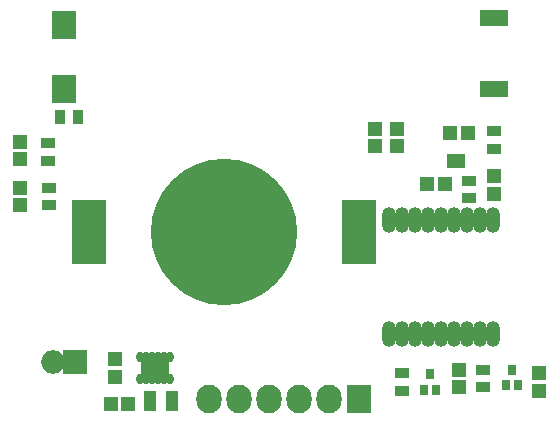
<source format=gts>
G04 #@! TF.FileFunction,Soldermask,Top*
%FSLAX46Y46*%
G04 Gerber Fmt 4.6, Leading zero omitted, Abs format (unit mm)*
G04 Created by KiCad (PCBNEW 4.0.5+dfsg1-4~bpo8+1) date Wed Oct 25 14:31:00 2017*
%MOMM*%
%LPD*%
G01*
G04 APERTURE LIST*
%ADD10C,0.100000*%
%ADD11R,2.000000X2.000000*%
%ADD12O,2.000000X2.000000*%
%ADD13O,1.200000X2.200000*%
%ADD14R,2.940000X5.480000*%
%ADD15C,12.400000*%
%ADD16R,2.400000X1.400000*%
%ADD17R,1.150000X1.200000*%
%ADD18R,1.200000X1.150000*%
%ADD19R,1.197560X1.197560*%
%ADD20R,1.100000X1.700000*%
%ADD21R,2.127200X2.432000*%
%ADD22O,2.127200X2.432000*%
%ADD23R,0.800000X0.910000*%
%ADD24R,0.900000X1.300000*%
%ADD25R,1.300000X0.900000*%
%ADD26R,2.000000X2.400000*%
%ADD27O,0.650000X0.900000*%
%ADD28R,2.400000X1.300000*%
%ADD29C,0.900000*%
%ADD30R,0.670000X0.725000*%
G04 APERTURE END LIST*
D10*
D11*
X93200000Y-89300000D03*
D12*
X91400000Y-89300000D03*
D13*
X128650000Y-77250000D03*
X127550000Y-77250000D03*
X126450000Y-77250000D03*
X125350000Y-77250000D03*
X124250000Y-77250000D03*
X123150000Y-77250000D03*
X122050000Y-77250000D03*
X120950000Y-77250000D03*
X119850000Y-77250000D03*
X119850000Y-86950000D03*
X120950000Y-86950000D03*
X122050000Y-86950000D03*
X123150000Y-86950000D03*
X124250000Y-86950000D03*
X125350000Y-86950000D03*
X126450000Y-86950000D03*
X127550000Y-86950000D03*
X128650000Y-86950000D03*
D14*
X117230000Y-78300000D03*
X94370000Y-78300000D03*
D15*
X105800000Y-78300000D03*
D16*
X128670000Y-66190000D03*
X128670000Y-60190000D03*
D17*
X96600000Y-90550000D03*
X96600000Y-89050000D03*
D18*
X97750000Y-92900000D03*
X96250000Y-92900000D03*
D17*
X128730000Y-73560000D03*
X128730000Y-75060000D03*
D18*
X126500000Y-69950000D03*
X125000000Y-69950000D03*
X124550000Y-74200000D03*
X123050000Y-74200000D03*
D17*
X132500000Y-90250000D03*
X132500000Y-91750000D03*
X120500000Y-71050000D03*
X120500000Y-69550000D03*
X125700000Y-89950000D03*
X125700000Y-91450000D03*
X118600000Y-71050000D03*
X118600000Y-69550000D03*
D19*
X88600000Y-70650700D03*
X88600000Y-72149300D03*
X88600000Y-76049300D03*
X88600000Y-74550700D03*
D20*
X99550000Y-92600000D03*
X101450000Y-92600000D03*
D21*
X117300000Y-92400000D03*
D22*
X114760000Y-92400000D03*
X112220000Y-92400000D03*
X109680000Y-92400000D03*
X107140000Y-92400000D03*
X104600000Y-92400000D03*
D23*
X129700000Y-91250000D03*
X130700000Y-91250000D03*
X130200000Y-89950000D03*
X122800000Y-91650000D03*
X123800000Y-91650000D03*
X123300000Y-90350000D03*
D24*
X91950000Y-68600000D03*
X93450000Y-68600000D03*
D25*
X90900000Y-72250000D03*
X90900000Y-70750000D03*
X91000000Y-76050000D03*
X91000000Y-74550000D03*
X128670000Y-71270000D03*
X128670000Y-69770000D03*
X127800000Y-91450000D03*
X127800000Y-89950000D03*
X120900000Y-91750000D03*
X120900000Y-90250000D03*
D26*
X92300000Y-60800000D03*
X92300000Y-66200000D03*
D27*
X98750000Y-90750000D03*
X99250000Y-90750000D03*
X99750000Y-90750000D03*
X100250000Y-90750000D03*
X100750000Y-90750000D03*
X101250000Y-90750000D03*
X101250000Y-88850000D03*
X100750000Y-88850000D03*
X100250000Y-88850000D03*
X99750000Y-88850000D03*
X99250000Y-88850000D03*
X98750000Y-88850000D03*
D28*
X100000000Y-89800000D03*
D29*
X99350000Y-89800000D03*
X100000000Y-89800000D03*
X100650000Y-89800000D03*
D25*
X126600000Y-73950000D03*
X126600000Y-75450000D03*
D30*
X125100000Y-72525000D03*
X125500000Y-72525000D03*
X125900000Y-72525000D03*
X125900000Y-72075000D03*
X125500000Y-72075000D03*
X125100000Y-72075000D03*
M02*

</source>
